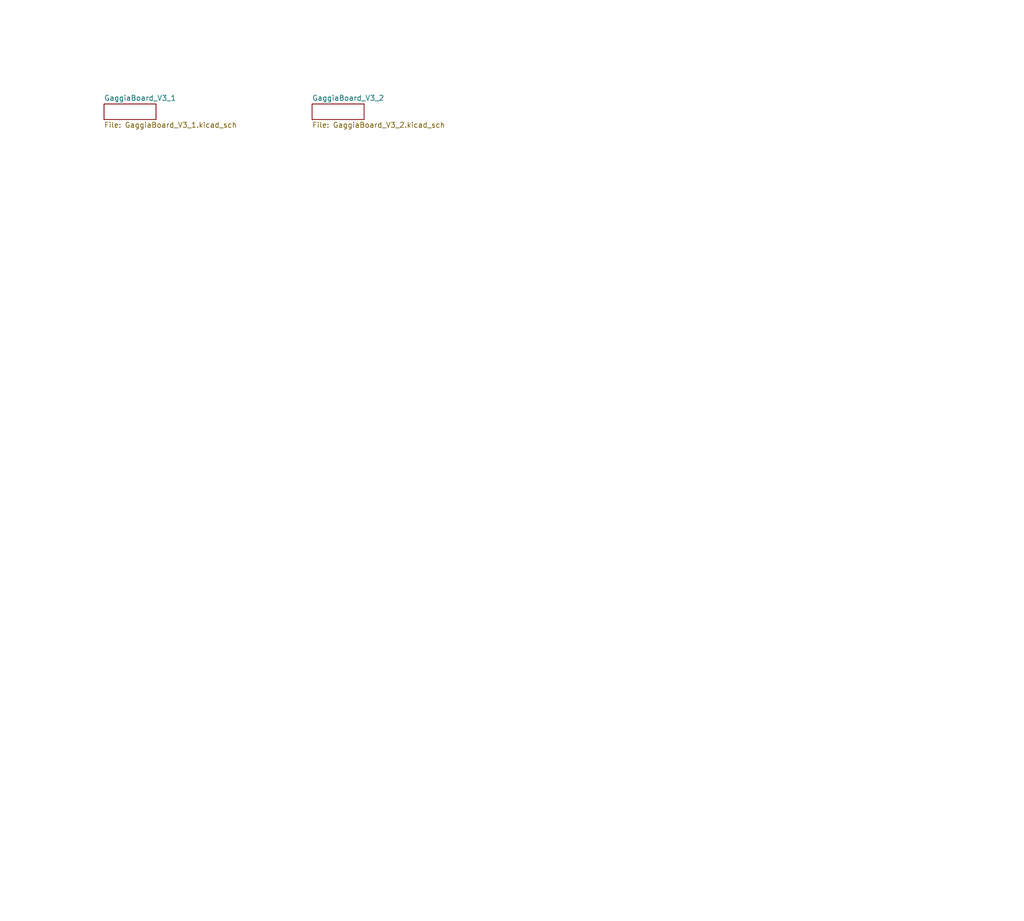
<source format=kicad_sch>
(kicad_sch (version 20230121) (generator eeschema)
  (paper "User" 250.012 224.993)
  (title_block (date "2023-09-07"))
  (lib_symbols)
  (sheet (at 25.4 25.4) (size 12.7 3.81)
    (property "Sheetname" "GaggiaBoard_V3_1" (at 25.4 24.6884 0) (effects (justify left bottom)))
    (property "Sheetfile" "GaggiaBoard_V3_1.kicad_sch" (at 25.4 29.7946 0) (effects (justify left top)))
  )
  (sheet (at 76.2 25.4) (size 12.7 3.81)
    (property "Sheetname" "GaggiaBoard_V3_2" (at 76.2 24.6884 0) (effects (justify left bottom)))
    (property "Sheetfile" "GaggiaBoard_V3_2.kicad_sch" (at 76.2 29.7946 0) (effects (justify left top)))
  )
)
</source>
